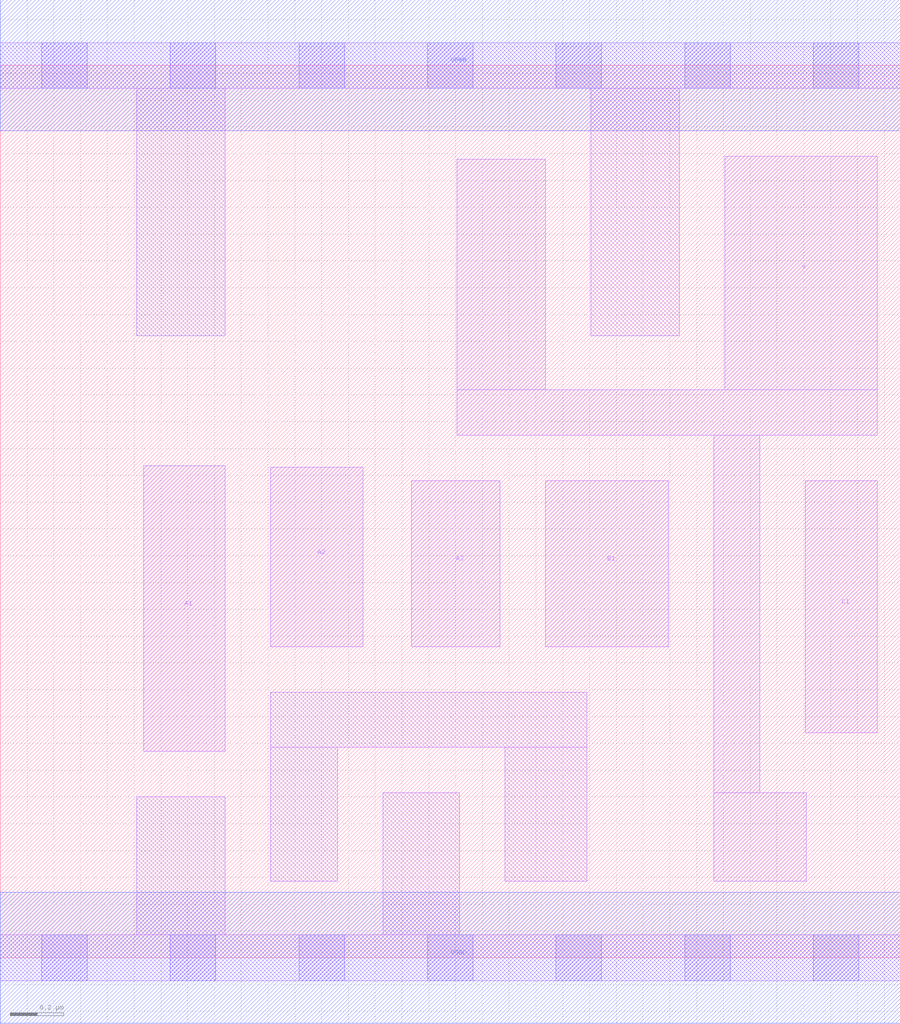
<source format=lef>
# Copyright 2020 The SkyWater PDK Authors
#
# Licensed under the Apache License, Version 2.0 (the "License");
# you may not use this file except in compliance with the License.
# You may obtain a copy of the License at
#
#     https://www.apache.org/licenses/LICENSE-2.0
#
# Unless required by applicable law or agreed to in writing, software
# distributed under the License is distributed on an "AS IS" BASIS,
# WITHOUT WARRANTIES OR CONDITIONS OF ANY KIND, either express or implied.
# See the License for the specific language governing permissions and
# limitations under the License.
#
# SPDX-License-Identifier: Apache-2.0

VERSION 5.7 ;
  NOWIREEXTENSIONATPIN ON ;
  DIVIDERCHAR "/" ;
  BUSBITCHARS "[]" ;
UNITS
  DATABASE MICRONS 200 ;
END UNITS
MACRO sky130_fd_sc_lp__o311ai_0
  CLASS CORE ;
  FOREIGN sky130_fd_sc_lp__o311ai_0 ;
  ORIGIN  0.000000  0.000000 ;
  SIZE  3.360000 BY  3.330000 ;
  SYMMETRY X Y R90 ;
  SITE unit ;
  PIN A1
    ANTENNAGATEAREA  0.159000 ;
    DIRECTION INPUT ;
    USE SIGNAL ;
    PORT
      LAYER li1 ;
        RECT 0.535000 0.770000 0.840000 1.835000 ;
    END
  END A1
  PIN A2
    ANTENNAGATEAREA  0.159000 ;
    DIRECTION INPUT ;
    USE SIGNAL ;
    PORT
      LAYER li1 ;
        RECT 1.010000 1.160000 1.355000 1.830000 ;
    END
  END A2
  PIN A3
    ANTENNAGATEAREA  0.159000 ;
    DIRECTION INPUT ;
    USE SIGNAL ;
    PORT
      LAYER li1 ;
        RECT 1.535000 1.160000 1.865000 1.780000 ;
    END
  END A3
  PIN B1
    ANTENNAGATEAREA  0.159000 ;
    DIRECTION INPUT ;
    USE SIGNAL ;
    PORT
      LAYER li1 ;
        RECT 2.035000 1.160000 2.495000 1.780000 ;
    END
  END B1
  PIN C1
    ANTENNAGATEAREA  0.159000 ;
    DIRECTION INPUT ;
    USE SIGNAL ;
    PORT
      LAYER li1 ;
        RECT 3.005000 0.840000 3.275000 1.780000 ;
    END
  END C1
  PIN Y
    ANTENNADIFFAREA  0.498500 ;
    DIRECTION OUTPUT ;
    USE SIGNAL ;
    PORT
      LAYER li1 ;
        RECT 1.705000 1.950000 3.275000 2.120000 ;
        RECT 1.705000 2.120000 2.035000 2.980000 ;
        RECT 2.665000 0.285000 3.010000 0.615000 ;
        RECT 2.665000 0.615000 2.835000 1.950000 ;
        RECT 2.705000 2.120000 3.275000 2.990000 ;
    END
  END Y
  PIN VGND
    DIRECTION INOUT ;
    USE GROUND ;
    PORT
      LAYER met1 ;
        RECT 0.000000 -0.245000 3.360000 0.245000 ;
    END
  END VGND
  PIN VPWR
    DIRECTION INOUT ;
    USE POWER ;
    PORT
      LAYER met1 ;
        RECT 0.000000 3.085000 3.360000 3.575000 ;
    END
  END VPWR
  OBS
    LAYER li1 ;
      RECT 0.000000 -0.085000 3.360000 0.085000 ;
      RECT 0.000000  3.245000 3.360000 3.415000 ;
      RECT 0.510000  0.085000 0.840000 0.600000 ;
      RECT 0.510000  2.320000 0.840000 3.245000 ;
      RECT 1.010000  0.285000 1.260000 0.785000 ;
      RECT 1.010000  0.785000 2.190000 0.990000 ;
      RECT 1.430000  0.085000 1.715000 0.615000 ;
      RECT 1.885000  0.285000 2.190000 0.785000 ;
      RECT 2.205000  2.320000 2.535000 3.245000 ;
    LAYER mcon ;
      RECT 0.155000 -0.085000 0.325000 0.085000 ;
      RECT 0.155000  3.245000 0.325000 3.415000 ;
      RECT 0.635000 -0.085000 0.805000 0.085000 ;
      RECT 0.635000  3.245000 0.805000 3.415000 ;
      RECT 1.115000 -0.085000 1.285000 0.085000 ;
      RECT 1.115000  3.245000 1.285000 3.415000 ;
      RECT 1.595000 -0.085000 1.765000 0.085000 ;
      RECT 1.595000  3.245000 1.765000 3.415000 ;
      RECT 2.075000 -0.085000 2.245000 0.085000 ;
      RECT 2.075000  3.245000 2.245000 3.415000 ;
      RECT 2.555000 -0.085000 2.725000 0.085000 ;
      RECT 2.555000  3.245000 2.725000 3.415000 ;
      RECT 3.035000 -0.085000 3.205000 0.085000 ;
      RECT 3.035000  3.245000 3.205000 3.415000 ;
  END
END sky130_fd_sc_lp__o311ai_0
END LIBRARY

</source>
